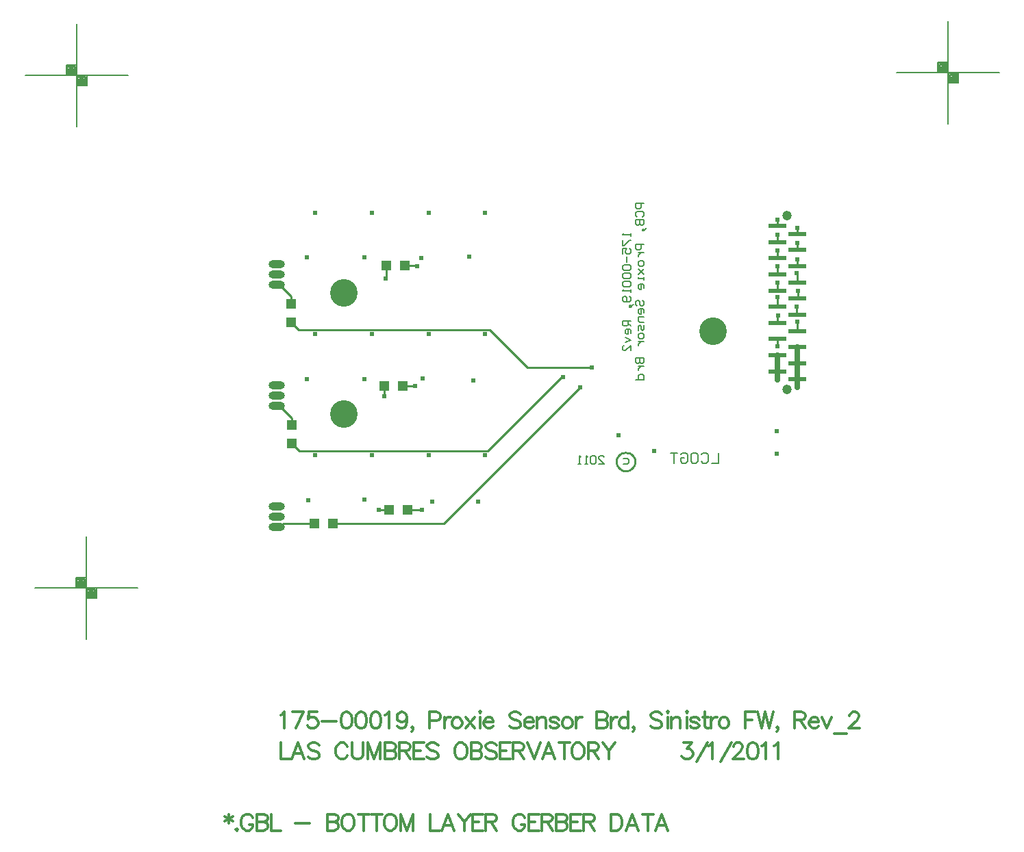
<source format=gbl>
%FSLAX23Y23*%
%MOIN*%
G70*
G01*
G75*
G04 Layer_Physical_Order=4*
G04 Layer_Color=16711680*
%ADD10R,0.036X0.036*%
%ADD11R,0.048X0.078*%
%ADD12R,0.135X0.070*%
%ADD13C,0.010*%
%ADD14C,0.012*%
%ADD15C,0.008*%
%ADD16C,0.012*%
%ADD17C,0.012*%
%ADD18C,0.134*%
%ADD19C,0.047*%
%ADD20O,0.079X0.039*%
%ADD21O,0.079X0.039*%
%ADD22C,0.024*%
%ADD23C,0.040*%
%ADD24C,0.174*%
%ADD25C,0.087*%
%ADD26C,0.068*%
G04:AMPARAMS|DCode=27|XSize=87.559mil|YSize=87.559mil|CornerRadius=0mil|HoleSize=0mil|Usage=FLASHONLY|Rotation=0.000|XOffset=0mil|YOffset=0mil|HoleType=Round|Shape=Relief|Width=10mil|Gap=10mil|Entries=4|*
%AMTHD27*
7,0,0,0.088,0.068,0.010,45*
%
%ADD27THD27*%
G04:AMPARAMS|DCode=28|XSize=70mil|YSize=70mil|CornerRadius=0mil|HoleSize=0mil|Usage=FLASHONLY|Rotation=0.000|XOffset=0mil|YOffset=0mil|HoleType=Round|Shape=Relief|Width=10mil|Gap=10mil|Entries=4|*
%AMTHD28*
7,0,0,0.070,0.050,0.010,45*
%
%ADD28THD28*%
%ADD29C,0.050*%
%ADD30R,0.050X0.050*%
%ADD31R,0.050X0.050*%
%ADD32R,0.085X0.022*%
%ADD33C,0.025*%
%ADD34C,0.006*%
D13*
X16685Y11819D02*
X16684Y11829D01*
X16681Y11838D01*
X16675Y11847D01*
X16668Y11854D01*
X16660Y11859D01*
X16650Y11862D01*
X16640Y11864D01*
X16630Y11862D01*
X16621Y11859D01*
X16612Y11854D01*
X16605Y11847D01*
X16600Y11838D01*
X16596Y11829D01*
X16595Y11819D01*
X16596Y11809D01*
X16600Y11799D01*
X16605Y11791D01*
X16612Y11784D01*
X16621Y11778D01*
X16630Y11775D01*
X16640Y11774D01*
X16650Y11775D01*
X16660Y11778D01*
X16668Y11784D01*
X16675Y11791D01*
X16681Y11799D01*
X16684Y11809D01*
X16685Y11819D01*
X15671Y11871D02*
X15970D01*
X16330Y12231D01*
X16334D01*
X15472Y12711D02*
X15474Y12713D01*
Y12774D01*
X15621D02*
X15625Y12770D01*
X15564Y12774D02*
X15621D01*
X15464Y12136D02*
X15466Y12139D01*
Y12188D01*
X15556D02*
X15614D01*
X15440Y11585D02*
X15490D01*
X15580D02*
X15649D01*
X15669Y11869D02*
X15671Y11871D01*
X15416Y11869D02*
X15669D01*
X15414Y11871D02*
X15416Y11869D01*
X15396Y11871D02*
X15414D01*
X15394Y11869D02*
X15396Y11871D01*
X15141Y11869D02*
X15394D01*
X15138Y11871D02*
X15141Y11869D01*
X15120Y11871D02*
X15138D01*
X15118Y11869D02*
X15120Y11871D01*
X15053Y11869D02*
X15118D01*
X15015Y11906D02*
X15053Y11869D01*
X14955Y11500D02*
X14974Y11518D01*
X15124D01*
X15214D02*
X15755D01*
X16417Y12180D01*
X14955Y12090D02*
X15015Y12031D01*
Y11996D02*
Y12031D01*
X14955Y12681D02*
X15011Y12625D01*
Y12587D02*
Y12625D01*
Y12497D02*
X15047Y12462D01*
X15978D01*
X16162Y12278D01*
X16476D01*
X17474Y12182D02*
X17478Y12178D01*
X17375Y12215D02*
X17378Y12218D01*
Y12967D02*
Y12997D01*
X17378Y12997D01*
X17474Y12928D02*
Y12956D01*
X17377Y12924D02*
X17378Y12923D01*
Y12888D02*
Y12923D01*
X17474Y12849D02*
Y12883D01*
X17378Y12810D02*
Y12846D01*
X17380Y12848D01*
X17474Y12770D02*
Y12805D01*
X17474Y12805D02*
X17474Y12805D01*
X17378Y12731D02*
Y12772D01*
X17378Y12772D01*
X17473Y12738D02*
X17474Y12737D01*
Y12691D02*
Y12737D01*
X17378Y12652D02*
Y12691D01*
X17378Y12652D02*
X17378Y12652D01*
X17477Y12615D02*
Y12650D01*
X17474Y12613D02*
X17477Y12615D01*
X17377Y12574D02*
Y12619D01*
Y12574D02*
X17378Y12573D01*
X17472Y12536D02*
Y12574D01*
Y12536D02*
X17474Y12534D01*
X17378Y12529D02*
X17381Y12532D01*
X17378Y12495D02*
Y12529D01*
X17473Y12500D02*
X17474Y12499D01*
Y12455D02*
Y12499D01*
X17378Y12382D02*
X17380Y12380D01*
X17378Y12382D02*
Y12416D01*
D14*
X14708Y10102D02*
Y10056D01*
X14689Y10090D02*
X14727Y10067D01*
Y10090D02*
X14689Y10067D01*
X14747Y10029D02*
X14743Y10026D01*
X14747Y10022D01*
X14751Y10026D01*
X14747Y10029D01*
X14826Y10083D02*
X14822Y10090D01*
X14814Y10098D01*
X14807Y10102D01*
X14791D01*
X14784Y10098D01*
X14776Y10090D01*
X14772Y10083D01*
X14769Y10071D01*
Y10052D01*
X14772Y10041D01*
X14776Y10033D01*
X14784Y10026D01*
X14791Y10022D01*
X14807D01*
X14814Y10026D01*
X14822Y10033D01*
X14826Y10041D01*
Y10052D01*
X14807D02*
X14826D01*
X14844Y10102D02*
Y10022D01*
Y10102D02*
X14878D01*
X14890Y10098D01*
X14894Y10094D01*
X14897Y10086D01*
Y10079D01*
X14894Y10071D01*
X14890Y10067D01*
X14878Y10064D01*
X14844D02*
X14878D01*
X14890Y10060D01*
X14894Y10056D01*
X14897Y10048D01*
Y10037D01*
X14894Y10029D01*
X14890Y10026D01*
X14878Y10022D01*
X14844D01*
X14915Y10102D02*
Y10022D01*
X14961D01*
X15033Y10056D02*
X15101D01*
X15188Y10102D02*
Y10022D01*
Y10102D02*
X15222D01*
X15233Y10098D01*
X15237Y10094D01*
X15241Y10086D01*
Y10079D01*
X15237Y10071D01*
X15233Y10067D01*
X15222Y10064D01*
X15188D02*
X15222D01*
X15233Y10060D01*
X15237Y10056D01*
X15241Y10048D01*
Y10037D01*
X15237Y10029D01*
X15233Y10026D01*
X15222Y10022D01*
X15188D01*
X15282Y10102D02*
X15274Y10098D01*
X15266Y10090D01*
X15263Y10083D01*
X15259Y10071D01*
Y10052D01*
X15263Y10041D01*
X15266Y10033D01*
X15274Y10026D01*
X15282Y10022D01*
X15297D01*
X15304Y10026D01*
X15312Y10033D01*
X15316Y10041D01*
X15320Y10052D01*
Y10071D01*
X15316Y10083D01*
X15312Y10090D01*
X15304Y10098D01*
X15297Y10102D01*
X15282D01*
X15365D02*
Y10022D01*
X15338Y10102D02*
X15392D01*
X15428D02*
Y10022D01*
X15401Y10102D02*
X15455D01*
X15487D02*
X15479Y10098D01*
X15472Y10090D01*
X15468Y10083D01*
X15464Y10071D01*
Y10052D01*
X15468Y10041D01*
X15472Y10033D01*
X15479Y10026D01*
X15487Y10022D01*
X15502D01*
X15510Y10026D01*
X15517Y10033D01*
X15521Y10041D01*
X15525Y10052D01*
Y10071D01*
X15521Y10083D01*
X15517Y10090D01*
X15510Y10098D01*
X15502Y10102D01*
X15487D01*
X15544D02*
Y10022D01*
Y10102D02*
X15574Y10022D01*
X15605Y10102D02*
X15574Y10022D01*
X15605Y10102D02*
Y10022D01*
X15690Y10102D02*
Y10022D01*
X15736D01*
X15806D02*
X15775Y10102D01*
X15745Y10022D01*
X15756Y10048D02*
X15794D01*
X15824Y10102D02*
X15855Y10064D01*
Y10022D01*
X15885Y10102D02*
X15855Y10064D01*
X15945Y10102D02*
X15896D01*
Y10022D01*
X15945D01*
X15896Y10064D02*
X15926D01*
X15958Y10102D02*
Y10022D01*
Y10102D02*
X15993D01*
X16004Y10098D01*
X16008Y10094D01*
X16012Y10086D01*
Y10079D01*
X16008Y10071D01*
X16004Y10067D01*
X15993Y10064D01*
X15958D01*
X15985D02*
X16012Y10022D01*
X16150Y10083D02*
X16146Y10090D01*
X16138Y10098D01*
X16131Y10102D01*
X16115D01*
X16108Y10098D01*
X16100Y10090D01*
X16096Y10083D01*
X16093Y10071D01*
Y10052D01*
X16096Y10041D01*
X16100Y10033D01*
X16108Y10026D01*
X16115Y10022D01*
X16131D01*
X16138Y10026D01*
X16146Y10033D01*
X16150Y10041D01*
Y10052D01*
X16131D02*
X16150D01*
X16217Y10102D02*
X16168D01*
Y10022D01*
X16217D01*
X16168Y10064D02*
X16198D01*
X16231Y10102D02*
Y10022D01*
Y10102D02*
X16265D01*
X16276Y10098D01*
X16280Y10094D01*
X16284Y10086D01*
Y10079D01*
X16280Y10071D01*
X16276Y10067D01*
X16265Y10064D01*
X16231D01*
X16257D02*
X16284Y10022D01*
X16302Y10102D02*
Y10022D01*
Y10102D02*
X16336D01*
X16348Y10098D01*
X16351Y10094D01*
X16355Y10086D01*
Y10079D01*
X16351Y10071D01*
X16348Y10067D01*
X16336Y10064D01*
X16302D02*
X16336D01*
X16348Y10060D01*
X16351Y10056D01*
X16355Y10048D01*
Y10037D01*
X16351Y10029D01*
X16348Y10026D01*
X16336Y10022D01*
X16302D01*
X16423Y10102D02*
X16373D01*
Y10022D01*
X16423D01*
X16373Y10064D02*
X16404D01*
X16436Y10102D02*
Y10022D01*
Y10102D02*
X16470D01*
X16482Y10098D01*
X16486Y10094D01*
X16489Y10086D01*
Y10079D01*
X16486Y10071D01*
X16482Y10067D01*
X16470Y10064D01*
X16436D01*
X16463D02*
X16489Y10022D01*
X16570Y10102D02*
Y10022D01*
Y10102D02*
X16597D01*
X16608Y10098D01*
X16616Y10090D01*
X16620Y10083D01*
X16623Y10071D01*
Y10052D01*
X16620Y10041D01*
X16616Y10033D01*
X16608Y10026D01*
X16597Y10022D01*
X16570D01*
X16702D02*
X16672Y10102D01*
X16641Y10022D01*
X16653Y10048D02*
X16691D01*
X16748Y10102D02*
Y10022D01*
X16721Y10102D02*
X16774D01*
X16845Y10022D02*
X16814Y10102D01*
X16784Y10022D01*
X16795Y10048D02*
X16833D01*
D15*
X17091Y11862D02*
Y11812D01*
X17058D01*
X17008Y11853D02*
X17016Y11862D01*
X17033D01*
X17041Y11853D01*
Y11820D01*
X17033Y11812D01*
X17016D01*
X17008Y11820D01*
X16966Y11862D02*
X16983D01*
X16991Y11853D01*
Y11820D01*
X16983Y11812D01*
X16966D01*
X16958Y11820D01*
Y11853D01*
X16966Y11862D01*
X16908Y11853D02*
X16916Y11862D01*
X16933D01*
X16941Y11853D01*
Y11820D01*
X16933Y11812D01*
X16916D01*
X16908Y11820D01*
Y11837D01*
X16925D01*
X16891Y11862D02*
X16858D01*
X16875D01*
Y11812D01*
X17958Y13715D02*
X18458D01*
X18208Y13465D02*
Y13965D01*
X18158Y13715D02*
Y13765D01*
X18208D01*
X18258Y13665D02*
Y13715D01*
X18208Y13665D02*
X18258D01*
X18213Y13710D02*
X18253D01*
Y13670D02*
Y13710D01*
X18213Y13670D02*
X18253D01*
X18213D02*
Y13710D01*
X18218Y13705D02*
X18248D01*
Y13675D02*
Y13705D01*
X18218Y13675D02*
X18248D01*
X18218D02*
Y13700D01*
X18223D02*
X18243D01*
Y13680D02*
Y13700D01*
X18223Y13680D02*
X18243D01*
X18223D02*
Y13695D01*
X18228D02*
X18238D01*
Y13685D02*
Y13695D01*
X18228Y13685D02*
X18238D01*
X18228D02*
Y13695D01*
Y13690D02*
X18238D01*
X18163Y13760D02*
X18203D01*
Y13720D02*
Y13760D01*
X18163Y13720D02*
X18203D01*
X18163D02*
Y13760D01*
X18168Y13755D02*
X18198D01*
Y13725D02*
Y13755D01*
X18168Y13725D02*
X18198D01*
X18168D02*
Y13750D01*
X18173D02*
X18193D01*
Y13730D02*
Y13750D01*
X18173Y13730D02*
X18193D01*
X18173D02*
Y13745D01*
X18178D02*
X18188D01*
Y13735D02*
Y13745D01*
X18178Y13735D02*
X18188D01*
X18178D02*
Y13745D01*
Y13740D02*
X18188D01*
X13765Y11203D02*
X14265D01*
X14015Y10953D02*
Y11453D01*
X13965Y11203D02*
Y11253D01*
X14015D01*
X14065Y11153D02*
Y11203D01*
X14015Y11153D02*
X14065D01*
X14020Y11198D02*
X14060D01*
Y11158D02*
Y11198D01*
X14020Y11158D02*
X14060D01*
X14020D02*
Y11198D01*
X14025Y11193D02*
X14055D01*
Y11163D02*
Y11193D01*
X14025Y11163D02*
X14055D01*
X14025D02*
Y11188D01*
X14030D02*
X14050D01*
Y11168D02*
Y11188D01*
X14030Y11168D02*
X14050D01*
X14030D02*
Y11183D01*
X14035D02*
X14045D01*
Y11173D02*
Y11183D01*
X14035Y11173D02*
X14045D01*
X14035D02*
Y11183D01*
Y11178D02*
X14045D01*
X13970Y11248D02*
X14010D01*
Y11208D02*
Y11248D01*
X13970Y11208D02*
X14010D01*
X13970D02*
Y11248D01*
X13975Y11243D02*
X14005D01*
Y11213D02*
Y11243D01*
X13975Y11213D02*
X14005D01*
X13975D02*
Y11238D01*
X13980D02*
X14000D01*
Y11218D02*
Y11238D01*
X13980Y11218D02*
X14000D01*
X13980D02*
Y11233D01*
X13985D02*
X13995D01*
Y11223D02*
Y11233D01*
X13985Y11223D02*
X13995D01*
X13985D02*
Y11233D01*
Y11228D02*
X13995D01*
X13718Y13699D02*
X14218D01*
X13968Y13449D02*
Y13949D01*
X13918Y13699D02*
Y13749D01*
X13968D01*
X14018Y13649D02*
Y13699D01*
X13968Y13649D02*
X14018D01*
X13973Y13694D02*
X14013D01*
Y13654D02*
Y13694D01*
X13973Y13654D02*
X14013D01*
X13973D02*
Y13694D01*
X13978Y13689D02*
X14008D01*
Y13659D02*
Y13689D01*
X13978Y13659D02*
X14008D01*
X13978D02*
Y13684D01*
X13983D02*
X14003D01*
Y13664D02*
Y13684D01*
X13983Y13664D02*
X14003D01*
X13983D02*
Y13679D01*
X13988D02*
X13998D01*
Y13669D02*
Y13679D01*
X13988Y13669D02*
X13998D01*
X13988D02*
Y13679D01*
Y13674D02*
X13998D01*
X13923Y13744D02*
X13963D01*
Y13704D02*
Y13744D01*
X13923Y13704D02*
X13963D01*
X13923D02*
Y13744D01*
X13928Y13739D02*
X13958D01*
Y13709D02*
Y13739D01*
X13928Y13709D02*
X13958D01*
X13928D02*
Y13734D01*
X13933D02*
X13953D01*
Y13714D02*
Y13734D01*
X13933Y13714D02*
X13953D01*
X13933D02*
Y13729D01*
X13938D02*
X13948D01*
Y13719D02*
Y13729D01*
X13938Y13719D02*
X13948D01*
X13938D02*
Y13729D01*
Y13724D02*
X13948D01*
D16*
X14961Y10584D02*
X14969Y10588D01*
X14980Y10599D01*
Y10519D01*
X15073Y10599D02*
X15035Y10519D01*
X15020Y10599D02*
X15073D01*
X15137D02*
X15099D01*
X15095Y10565D01*
X15099Y10569D01*
X15110Y10573D01*
X15121D01*
X15133Y10569D01*
X15140Y10561D01*
X15144Y10550D01*
Y10542D01*
X15140Y10531D01*
X15133Y10523D01*
X15121Y10519D01*
X15110D01*
X15099Y10523D01*
X15095Y10527D01*
X15091Y10535D01*
X15162Y10554D02*
X15231D01*
X15277Y10599D02*
X15266Y10595D01*
X15258Y10584D01*
X15254Y10565D01*
Y10554D01*
X15258Y10535D01*
X15266Y10523D01*
X15277Y10519D01*
X15285D01*
X15296Y10523D01*
X15304Y10535D01*
X15308Y10554D01*
Y10565D01*
X15304Y10584D01*
X15296Y10595D01*
X15285Y10599D01*
X15277D01*
X15348D02*
X15337Y10595D01*
X15329Y10584D01*
X15326Y10565D01*
Y10554D01*
X15329Y10535D01*
X15337Y10523D01*
X15348Y10519D01*
X15356D01*
X15367Y10523D01*
X15375Y10535D01*
X15379Y10554D01*
Y10565D01*
X15375Y10584D01*
X15367Y10595D01*
X15356Y10599D01*
X15348D01*
X15420D02*
X15408Y10595D01*
X15401Y10584D01*
X15397Y10565D01*
Y10554D01*
X15401Y10535D01*
X15408Y10523D01*
X15420Y10519D01*
X15427D01*
X15439Y10523D01*
X15446Y10535D01*
X15450Y10554D01*
Y10565D01*
X15446Y10584D01*
X15439Y10595D01*
X15427Y10599D01*
X15420D01*
X15468Y10584D02*
X15476Y10588D01*
X15487Y10599D01*
Y10519D01*
X15576Y10573D02*
X15572Y10561D01*
X15565Y10554D01*
X15553Y10550D01*
X15549D01*
X15538Y10554D01*
X15530Y10561D01*
X15527Y10573D01*
Y10576D01*
X15530Y10588D01*
X15538Y10595D01*
X15549Y10599D01*
X15553D01*
X15565Y10595D01*
X15572Y10588D01*
X15576Y10573D01*
Y10554D01*
X15572Y10535D01*
X15565Y10523D01*
X15553Y10519D01*
X15546D01*
X15534Y10523D01*
X15530Y10531D01*
X15605Y10523D02*
X15602Y10519D01*
X15598Y10523D01*
X15602Y10527D01*
X15605Y10523D01*
Y10515D01*
X15602Y10508D01*
X15598Y10504D01*
X15686Y10557D02*
X15720D01*
X15732Y10561D01*
X15735Y10565D01*
X15739Y10573D01*
Y10584D01*
X15735Y10592D01*
X15732Y10595D01*
X15720Y10599D01*
X15686D01*
Y10519D01*
X15757Y10573D02*
Y10519D01*
Y10550D02*
X15761Y10561D01*
X15768Y10569D01*
X15776Y10573D01*
X15788D01*
X15814D02*
X15806Y10569D01*
X15799Y10561D01*
X15795Y10550D01*
Y10542D01*
X15799Y10531D01*
X15806Y10523D01*
X15814Y10519D01*
X15825D01*
X15833Y10523D01*
X15840Y10531D01*
X15844Y10542D01*
Y10550D01*
X15840Y10561D01*
X15833Y10569D01*
X15825Y10573D01*
X15814D01*
X15862D02*
X15904Y10519D01*
Y10573D02*
X15862Y10519D01*
X15928Y10599D02*
X15932Y10595D01*
X15936Y10599D01*
X15932Y10603D01*
X15928Y10599D01*
X15932Y10573D02*
Y10519D01*
X15950Y10550D02*
X15995D01*
Y10557D01*
X15992Y10565D01*
X15988Y10569D01*
X15980Y10573D01*
X15969D01*
X15961Y10569D01*
X15954Y10561D01*
X15950Y10550D01*
Y10542D01*
X15954Y10531D01*
X15961Y10523D01*
X15969Y10519D01*
X15980D01*
X15988Y10523D01*
X15995Y10531D01*
X16129Y10588D02*
X16121Y10595D01*
X16110Y10599D01*
X16095D01*
X16083Y10595D01*
X16075Y10588D01*
Y10580D01*
X16079Y10573D01*
X16083Y10569D01*
X16091Y10565D01*
X16114Y10557D01*
X16121Y10554D01*
X16125Y10550D01*
X16129Y10542D01*
Y10531D01*
X16121Y10523D01*
X16110Y10519D01*
X16095D01*
X16083Y10523D01*
X16075Y10531D01*
X16147Y10550D02*
X16192D01*
Y10557D01*
X16189Y10565D01*
X16185Y10569D01*
X16177Y10573D01*
X16166D01*
X16158Y10569D01*
X16150Y10561D01*
X16147Y10550D01*
Y10542D01*
X16150Y10531D01*
X16158Y10523D01*
X16166Y10519D01*
X16177D01*
X16185Y10523D01*
X16192Y10531D01*
X16210Y10573D02*
Y10519D01*
Y10557D02*
X16221Y10569D01*
X16229Y10573D01*
X16240D01*
X16248Y10569D01*
X16251Y10557D01*
Y10519D01*
X16314Y10561D02*
X16310Y10569D01*
X16299Y10573D01*
X16288D01*
X16276Y10569D01*
X16272Y10561D01*
X16276Y10554D01*
X16284Y10550D01*
X16303Y10546D01*
X16310Y10542D01*
X16314Y10535D01*
Y10531D01*
X16310Y10523D01*
X16299Y10519D01*
X16288D01*
X16276Y10523D01*
X16272Y10531D01*
X16350Y10573D02*
X16342Y10569D01*
X16335Y10561D01*
X16331Y10550D01*
Y10542D01*
X16335Y10531D01*
X16342Y10523D01*
X16350Y10519D01*
X16361D01*
X16369Y10523D01*
X16377Y10531D01*
X16381Y10542D01*
Y10550D01*
X16377Y10561D01*
X16369Y10569D01*
X16361Y10573D01*
X16350D01*
X16398D02*
Y10519D01*
Y10550D02*
X16402Y10561D01*
X16409Y10569D01*
X16417Y10573D01*
X16429D01*
X16499Y10599D02*
Y10519D01*
Y10599D02*
X16533D01*
X16544Y10595D01*
X16548Y10592D01*
X16552Y10584D01*
Y10576D01*
X16548Y10569D01*
X16544Y10565D01*
X16533Y10561D01*
X16499D02*
X16533D01*
X16544Y10557D01*
X16548Y10554D01*
X16552Y10546D01*
Y10535D01*
X16548Y10527D01*
X16544Y10523D01*
X16533Y10519D01*
X16499D01*
X16570Y10573D02*
Y10519D01*
Y10550D02*
X16574Y10561D01*
X16581Y10569D01*
X16589Y10573D01*
X16600D01*
X16653Y10599D02*
Y10519D01*
Y10561D02*
X16646Y10569D01*
X16638Y10573D01*
X16627D01*
X16619Y10569D01*
X16611Y10561D01*
X16608Y10550D01*
Y10542D01*
X16611Y10531D01*
X16619Y10523D01*
X16627Y10519D01*
X16638D01*
X16646Y10523D01*
X16653Y10531D01*
X16682Y10523D02*
X16678Y10519D01*
X16675Y10523D01*
X16678Y10527D01*
X16682Y10523D01*
Y10515D01*
X16678Y10508D01*
X16675Y10504D01*
X16816Y10588D02*
X16808Y10595D01*
X16797Y10599D01*
X16782D01*
X16770Y10595D01*
X16763Y10588D01*
Y10580D01*
X16766Y10573D01*
X16770Y10569D01*
X16778Y10565D01*
X16801Y10557D01*
X16808Y10554D01*
X16812Y10550D01*
X16816Y10542D01*
Y10531D01*
X16808Y10523D01*
X16797Y10519D01*
X16782D01*
X16770Y10523D01*
X16763Y10531D01*
X16841Y10599D02*
X16845Y10595D01*
X16849Y10599D01*
X16845Y10603D01*
X16841Y10599D01*
X16845Y10573D02*
Y10519D01*
X16863Y10573D02*
Y10519D01*
Y10557D02*
X16875Y10569D01*
X16882Y10573D01*
X16894D01*
X16901Y10569D01*
X16905Y10557D01*
Y10519D01*
X16934Y10599D02*
X16937Y10595D01*
X16941Y10599D01*
X16937Y10603D01*
X16934Y10599D01*
X16937Y10573D02*
Y10519D01*
X16997Y10561D02*
X16993Y10569D01*
X16982Y10573D01*
X16971D01*
X16959Y10569D01*
X16955Y10561D01*
X16959Y10554D01*
X16967Y10550D01*
X16986Y10546D01*
X16993Y10542D01*
X16997Y10535D01*
Y10531D01*
X16993Y10523D01*
X16982Y10519D01*
X16971D01*
X16959Y10523D01*
X16955Y10531D01*
X17025Y10599D02*
Y10535D01*
X17029Y10523D01*
X17037Y10519D01*
X17044D01*
X17014Y10573D02*
X17041D01*
X17056D02*
Y10519D01*
Y10550D02*
X17060Y10561D01*
X17067Y10569D01*
X17075Y10573D01*
X17086D01*
X17113D02*
X17105Y10569D01*
X17097Y10561D01*
X17094Y10550D01*
Y10542D01*
X17097Y10531D01*
X17105Y10523D01*
X17113Y10519D01*
X17124D01*
X17132Y10523D01*
X17139Y10531D01*
X17143Y10542D01*
Y10550D01*
X17139Y10561D01*
X17132Y10569D01*
X17124Y10573D01*
X17113D01*
X17223Y10599D02*
Y10519D01*
Y10599D02*
X17273D01*
X17223Y10561D02*
X17254D01*
X17282Y10599D02*
X17301Y10519D01*
X17320Y10599D02*
X17301Y10519D01*
X17320Y10599D02*
X17339Y10519D01*
X17358Y10599D02*
X17339Y10519D01*
X17382Y10523D02*
X17378Y10519D01*
X17374Y10523D01*
X17378Y10527D01*
X17382Y10523D01*
Y10515D01*
X17378Y10508D01*
X17374Y10504D01*
X17462Y10599D02*
Y10519D01*
Y10599D02*
X17496D01*
X17508Y10595D01*
X17512Y10592D01*
X17516Y10584D01*
Y10576D01*
X17512Y10569D01*
X17508Y10565D01*
X17496Y10561D01*
X17462D01*
X17489D02*
X17516Y10519D01*
X17533Y10550D02*
X17579D01*
Y10557D01*
X17575Y10565D01*
X17572Y10569D01*
X17564Y10573D01*
X17552D01*
X17545Y10569D01*
X17537Y10561D01*
X17533Y10550D01*
Y10542D01*
X17537Y10531D01*
X17545Y10523D01*
X17552Y10519D01*
X17564D01*
X17572Y10523D01*
X17579Y10531D01*
X17596Y10573D02*
X17619Y10519D01*
X17642Y10573D02*
X17619Y10519D01*
X17655Y10493D02*
X17716D01*
X17730Y10580D02*
Y10584D01*
X17734Y10592D01*
X17738Y10595D01*
X17745Y10599D01*
X17760D01*
X17768Y10595D01*
X17772Y10592D01*
X17776Y10584D01*
Y10576D01*
X17772Y10569D01*
X17764Y10557D01*
X17726Y10519D01*
X17779D01*
D17*
X14961Y10449D02*
Y10369D01*
X15007D01*
X15076D02*
X15046Y10449D01*
X15015Y10369D01*
X15027Y10396D02*
X15065D01*
X15148Y10438D02*
X15141Y10445D01*
X15129Y10449D01*
X15114D01*
X15103Y10445D01*
X15095Y10438D01*
Y10430D01*
X15099Y10423D01*
X15103Y10419D01*
X15110Y10415D01*
X15133Y10407D01*
X15141Y10404D01*
X15145Y10400D01*
X15148Y10392D01*
Y10381D01*
X15141Y10373D01*
X15129Y10369D01*
X15114D01*
X15103Y10373D01*
X15095Y10381D01*
X15286Y10430D02*
X15282Y10438D01*
X15275Y10445D01*
X15267Y10449D01*
X15252D01*
X15244Y10445D01*
X15237Y10438D01*
X15233Y10430D01*
X15229Y10419D01*
Y10400D01*
X15233Y10388D01*
X15237Y10381D01*
X15244Y10373D01*
X15252Y10369D01*
X15267D01*
X15275Y10373D01*
X15282Y10381D01*
X15286Y10388D01*
X15309Y10449D02*
Y10392D01*
X15313Y10381D01*
X15320Y10373D01*
X15332Y10369D01*
X15339D01*
X15351Y10373D01*
X15358Y10381D01*
X15362Y10392D01*
Y10449D01*
X15384D02*
Y10369D01*
Y10449D02*
X15415Y10369D01*
X15445Y10449D02*
X15415Y10369D01*
X15445Y10449D02*
Y10369D01*
X15468Y10449D02*
Y10369D01*
Y10449D02*
X15502D01*
X15514Y10445D01*
X15517Y10442D01*
X15521Y10434D01*
Y10426D01*
X15517Y10419D01*
X15514Y10415D01*
X15502Y10411D01*
X15468D02*
X15502D01*
X15514Y10407D01*
X15517Y10404D01*
X15521Y10396D01*
Y10385D01*
X15517Y10377D01*
X15514Y10373D01*
X15502Y10369D01*
X15468D01*
X15539Y10449D02*
Y10369D01*
Y10449D02*
X15573D01*
X15585Y10445D01*
X15589Y10442D01*
X15593Y10434D01*
Y10426D01*
X15589Y10419D01*
X15585Y10415D01*
X15573Y10411D01*
X15539D01*
X15566D02*
X15593Y10369D01*
X15660Y10449D02*
X15610D01*
Y10369D01*
X15660D01*
X15610Y10411D02*
X15641D01*
X15727Y10438D02*
X15719Y10445D01*
X15708Y10449D01*
X15692D01*
X15681Y10445D01*
X15673Y10438D01*
Y10430D01*
X15677Y10423D01*
X15681Y10419D01*
X15688Y10415D01*
X15711Y10407D01*
X15719Y10404D01*
X15723Y10400D01*
X15727Y10392D01*
Y10381D01*
X15719Y10373D01*
X15708Y10369D01*
X15692D01*
X15681Y10373D01*
X15673Y10381D01*
X15830Y10449D02*
X15823Y10445D01*
X15815Y10438D01*
X15811Y10430D01*
X15807Y10419D01*
Y10400D01*
X15811Y10388D01*
X15815Y10381D01*
X15823Y10373D01*
X15830Y10369D01*
X15845D01*
X15853Y10373D01*
X15861Y10381D01*
X15864Y10388D01*
X15868Y10400D01*
Y10419D01*
X15864Y10430D01*
X15861Y10438D01*
X15853Y10445D01*
X15845Y10449D01*
X15830D01*
X15887D02*
Y10369D01*
Y10449D02*
X15921D01*
X15933Y10445D01*
X15936Y10442D01*
X15940Y10434D01*
Y10426D01*
X15936Y10419D01*
X15933Y10415D01*
X15921Y10411D01*
X15887D02*
X15921D01*
X15933Y10407D01*
X15936Y10404D01*
X15940Y10396D01*
Y10385D01*
X15936Y10377D01*
X15933Y10373D01*
X15921Y10369D01*
X15887D01*
X16011Y10438D02*
X16004Y10445D01*
X15992Y10449D01*
X15977D01*
X15966Y10445D01*
X15958Y10438D01*
Y10430D01*
X15962Y10423D01*
X15966Y10419D01*
X15973Y10415D01*
X15996Y10407D01*
X16004Y10404D01*
X16008Y10400D01*
X16011Y10392D01*
Y10381D01*
X16004Y10373D01*
X15992Y10369D01*
X15977D01*
X15966Y10373D01*
X15958Y10381D01*
X16079Y10449D02*
X16029D01*
Y10369D01*
X16079D01*
X16029Y10411D02*
X16060D01*
X16092Y10449D02*
Y10369D01*
Y10449D02*
X16126D01*
X16138Y10445D01*
X16142Y10442D01*
X16146Y10434D01*
Y10426D01*
X16142Y10419D01*
X16138Y10415D01*
X16126Y10411D01*
X16092D01*
X16119D02*
X16146Y10369D01*
X16163Y10449D02*
X16194Y10369D01*
X16224Y10449D02*
X16194Y10369D01*
X16296D02*
X16265Y10449D01*
X16235Y10369D01*
X16246Y10396D02*
X16284D01*
X16341Y10449D02*
Y10369D01*
X16314Y10449D02*
X16368D01*
X16400D02*
X16392Y10445D01*
X16385Y10438D01*
X16381Y10430D01*
X16377Y10419D01*
Y10400D01*
X16381Y10388D01*
X16385Y10381D01*
X16392Y10373D01*
X16400Y10369D01*
X16415D01*
X16423Y10373D01*
X16430Y10381D01*
X16434Y10388D01*
X16438Y10400D01*
Y10419D01*
X16434Y10430D01*
X16430Y10438D01*
X16423Y10445D01*
X16415Y10449D01*
X16400D01*
X16457D02*
Y10369D01*
Y10449D02*
X16491D01*
X16502Y10445D01*
X16506Y10442D01*
X16510Y10434D01*
Y10426D01*
X16506Y10419D01*
X16502Y10415D01*
X16491Y10411D01*
X16457D01*
X16483D02*
X16510Y10369D01*
X16528Y10449D02*
X16558Y10411D01*
Y10369D01*
X16589Y10449D02*
X16558Y10411D01*
X16921Y10449D02*
X16963D01*
X16940Y10419D01*
X16951D01*
X16959Y10415D01*
X16963Y10411D01*
X16967Y10400D01*
Y10392D01*
X16963Y10381D01*
X16955Y10373D01*
X16944Y10369D01*
X16932D01*
X16921Y10373D01*
X16917Y10377D01*
X16913Y10385D01*
X16985Y10358D02*
X17038Y10449D01*
X17043Y10434D02*
X17051Y10438D01*
X17062Y10449D01*
Y10369D01*
X17102Y10358D02*
X17155Y10449D01*
X17164Y10430D02*
Y10434D01*
X17168Y10442D01*
X17172Y10445D01*
X17180Y10449D01*
X17195D01*
X17202Y10445D01*
X17206Y10442D01*
X17210Y10434D01*
Y10426D01*
X17206Y10419D01*
X17199Y10407D01*
X17161Y10369D01*
X17214D01*
X17255Y10449D02*
X17243Y10445D01*
X17236Y10434D01*
X17232Y10415D01*
Y10404D01*
X17236Y10385D01*
X17243Y10373D01*
X17255Y10369D01*
X17262D01*
X17274Y10373D01*
X17281Y10385D01*
X17285Y10404D01*
Y10415D01*
X17281Y10434D01*
X17274Y10445D01*
X17262Y10449D01*
X17255D01*
X17303Y10434D02*
X17311Y10438D01*
X17322Y10449D01*
Y10369D01*
X17362Y10434D02*
X17369Y10438D01*
X17381Y10449D01*
Y10369D01*
D18*
X17066Y12455D02*
D03*
X15269Y12051D02*
D03*
Y12641D02*
D03*
D19*
X17426Y12169D02*
D03*
Y13017D02*
D03*
D20*
X14942Y11500D02*
D03*
Y11550D02*
D03*
X14942Y12090D02*
D03*
Y12140D02*
D03*
Y12681D02*
D03*
Y12731D02*
D03*
D21*
X14942Y11600D02*
D03*
X14942Y12190D02*
D03*
Y12781D02*
D03*
D22*
X15653Y12223D02*
D03*
X15877Y12818D02*
D03*
X15645Y12810D02*
D03*
X15370Y12814D02*
D03*
X15090D02*
D03*
Y12219D02*
D03*
X15370D02*
D03*
X15897Y12215D02*
D03*
X15921Y11625D02*
D03*
X15700D02*
D03*
X15094Y11629D02*
D03*
X15472Y12711D02*
D03*
X15625Y12770D02*
D03*
X15464Y12136D02*
D03*
X15614Y12188D02*
D03*
X15440Y11585D02*
D03*
X15649D02*
D03*
X15956Y13030D02*
D03*
X17378Y12997D02*
D03*
X16417Y12180D02*
D03*
X16334Y12231D02*
D03*
X16476Y12278D02*
D03*
X15956Y11849D02*
D03*
X15681D02*
D03*
X15370Y11633D02*
D03*
X15405Y11849D02*
D03*
X15129D02*
D03*
Y12440D02*
D03*
X15405D02*
D03*
X15681D02*
D03*
X15956D02*
D03*
X15681Y13030D02*
D03*
X15405D02*
D03*
X15129D02*
D03*
X17376Y11968D02*
D03*
Y11858D02*
D03*
X17474Y12182D02*
D03*
X17378Y12218D02*
D03*
X17474Y12956D02*
D03*
X17377Y12924D02*
D03*
X17475Y12884D02*
D03*
X17380Y12848D02*
D03*
X17474Y12805D02*
D03*
X17378Y12772D02*
D03*
X17473Y12738D02*
D03*
X17378Y12691D02*
D03*
X17477Y12650D02*
D03*
X17377Y12619D02*
D03*
X17472Y12574D02*
D03*
X17381Y12532D02*
D03*
X17474Y12499D02*
D03*
X17380Y12380D02*
D03*
X16778Y11872D02*
D03*
X16604Y11946D02*
D03*
D30*
X15564Y12774D02*
D03*
X15474D02*
D03*
X15556Y12188D02*
D03*
X15466D02*
D03*
X15580Y11585D02*
D03*
X15490D02*
D03*
X15124Y11518D02*
D03*
X15214D02*
D03*
D31*
X15011Y12587D02*
D03*
Y12497D02*
D03*
X15015Y11996D02*
D03*
Y11906D02*
D03*
D32*
X17474Y12219D02*
D03*
X17378Y12258D02*
D03*
X17474Y12298D02*
D03*
X17378Y12337D02*
D03*
X17474Y12376D02*
D03*
X17378Y12416D02*
D03*
X17474Y12455D02*
D03*
X17378Y12495D02*
D03*
X17474Y12534D02*
D03*
X17378Y12573D02*
D03*
X17474Y12613D02*
D03*
X17378Y12652D02*
D03*
X17474Y12691D02*
D03*
X17378Y12731D02*
D03*
X17474Y12770D02*
D03*
X17378Y12810D02*
D03*
X17474Y12849D02*
D03*
X17378Y12888D02*
D03*
X17474Y12928D02*
D03*
X17378Y12967D02*
D03*
D33*
Y12258D02*
Y12337D01*
X17474Y12298D02*
Y12376D01*
Y12219D02*
Y12298D01*
Y12182D02*
Y12219D01*
X17378Y12218D02*
Y12258D01*
D34*
X16665Y12932D02*
Y12918D01*
Y12925D01*
X16625D01*
X16631Y12932D01*
X16625Y12898D02*
Y12872D01*
X16631D01*
X16658Y12898D01*
X16665D01*
X16625Y12832D02*
Y12858D01*
X16645D01*
X16638Y12845D01*
Y12838D01*
X16645Y12832D01*
X16658D01*
X16665Y12838D01*
Y12852D01*
X16658Y12858D01*
X16645Y12818D02*
Y12792D01*
X16631Y12778D02*
X16625Y12772D01*
Y12758D01*
X16631Y12752D01*
X16658D01*
X16665Y12758D01*
Y12772D01*
X16658Y12778D01*
X16631D01*
Y12738D02*
X16625Y12732D01*
Y12718D01*
X16631Y12712D01*
X16658D01*
X16665Y12718D01*
Y12732D01*
X16658Y12738D01*
X16631D01*
Y12698D02*
X16625Y12692D01*
Y12678D01*
X16631Y12672D01*
X16658D01*
X16665Y12678D01*
Y12692D01*
X16658Y12698D01*
X16631D01*
X16665Y12658D02*
Y12645D01*
Y12652D01*
X16625D01*
X16631Y12658D01*
X16658Y12625D02*
X16665Y12618D01*
Y12605D01*
X16658Y12598D01*
X16631D01*
X16625Y12605D01*
Y12618D01*
X16631Y12625D01*
X16638D01*
X16645Y12618D01*
Y12598D01*
X16671Y12579D02*
X16665Y12572D01*
X16658D01*
Y12579D01*
X16665D01*
Y12572D01*
X16671Y12579D01*
X16678Y12585D01*
X16665Y12505D02*
X16625D01*
Y12485D01*
X16631Y12479D01*
X16645D01*
X16651Y12485D01*
Y12505D01*
Y12492D02*
X16665Y12479D01*
Y12445D02*
Y12459D01*
X16658Y12465D01*
X16645D01*
X16638Y12459D01*
Y12445D01*
X16645Y12439D01*
X16651D01*
Y12465D01*
X16638Y12425D02*
X16665Y12412D01*
X16638Y12399D01*
X16665Y12359D02*
Y12385D01*
X16638Y12359D01*
X16631D01*
X16625Y12365D01*
Y12379D01*
X16631Y12385D01*
X16728Y13077D02*
X16688D01*
Y13057D01*
X16694Y13051D01*
X16708D01*
X16714Y13057D01*
Y13077D01*
X16694Y13011D02*
X16688Y13017D01*
Y13031D01*
X16694Y13037D01*
X16721D01*
X16728Y13031D01*
Y13017D01*
X16721Y13011D01*
X16688Y12997D02*
X16728D01*
Y12977D01*
X16721Y12971D01*
X16714D01*
X16708Y12977D01*
Y12997D01*
Y12977D01*
X16701Y12971D01*
X16694D01*
X16688Y12977D01*
Y12997D01*
X16734Y12951D02*
X16728Y12944D01*
X16721D01*
Y12951D01*
X16728D01*
Y12944D01*
X16734Y12951D01*
X16741Y12957D01*
X16728Y12877D02*
X16688D01*
Y12857D01*
X16694Y12851D01*
X16708D01*
X16714Y12857D01*
Y12877D01*
X16701Y12837D02*
X16728D01*
X16714D01*
X16708Y12831D01*
X16701Y12824D01*
Y12817D01*
X16728Y12791D02*
Y12777D01*
X16721Y12771D01*
X16708D01*
X16701Y12777D01*
Y12791D01*
X16708Y12797D01*
X16721D01*
X16728Y12791D01*
X16701Y12757D02*
X16728Y12731D01*
X16714Y12744D01*
X16701Y12731D01*
X16728Y12757D01*
Y12718D02*
Y12704D01*
Y12711D01*
X16701D01*
Y12718D01*
X16728Y12664D02*
Y12678D01*
X16721Y12684D01*
X16708D01*
X16701Y12678D01*
Y12664D01*
X16708Y12658D01*
X16714D01*
Y12684D01*
X16694Y12578D02*
X16688Y12584D01*
Y12598D01*
X16694Y12604D01*
X16701D01*
X16708Y12598D01*
Y12584D01*
X16714Y12578D01*
X16721D01*
X16728Y12584D01*
Y12598D01*
X16721Y12604D01*
X16728Y12544D02*
Y12558D01*
X16721Y12564D01*
X16708D01*
X16701Y12558D01*
Y12544D01*
X16708Y12538D01*
X16714D01*
Y12564D01*
X16728Y12524D02*
X16701D01*
Y12504D01*
X16708Y12498D01*
X16728D01*
Y12484D02*
Y12464D01*
X16721Y12458D01*
X16714Y12464D01*
Y12478D01*
X16708Y12484D01*
X16701Y12478D01*
Y12458D01*
X16728Y12438D02*
Y12424D01*
X16721Y12418D01*
X16708D01*
X16701Y12424D01*
Y12438D01*
X16708Y12444D01*
X16721D01*
X16728Y12438D01*
X16701Y12404D02*
X16728D01*
X16714D01*
X16708Y12398D01*
X16701Y12391D01*
Y12384D01*
X16688Y12324D02*
X16728D01*
Y12304D01*
X16721Y12298D01*
X16714D01*
X16708Y12304D01*
Y12324D01*
Y12304D01*
X16701Y12298D01*
X16694D01*
X16688Y12304D01*
Y12324D01*
X16701Y12284D02*
X16728D01*
X16714D01*
X16708Y12278D01*
X16701Y12271D01*
Y12264D01*
X16688Y12218D02*
X16728D01*
Y12238D01*
X16721Y12244D01*
X16708D01*
X16701Y12238D01*
Y12218D01*
X16628Y11834D02*
X16648D01*
X16654Y11828D01*
Y11814D01*
X16648Y11808D01*
X16628D01*
X16508D02*
X16534D01*
X16508Y11834D01*
Y11841D01*
X16514Y11848D01*
X16528D01*
X16534Y11841D01*
X16494D02*
X16488Y11848D01*
X16474D01*
X16468Y11841D01*
Y11814D01*
X16474Y11808D01*
X16488D01*
X16494Y11814D01*
Y11841D01*
X16454Y11808D02*
X16441D01*
X16448D01*
Y11848D01*
X16454Y11841D01*
X16421Y11808D02*
X16408D01*
X16414D01*
Y11848D01*
X16421Y11841D01*
M02*

</source>
